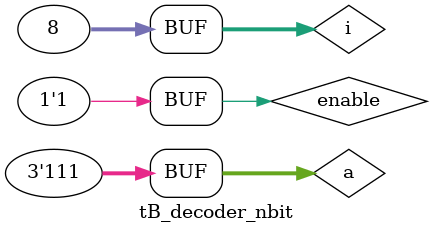
<source format=v>
`timescale 1us/1ns
module tB_decoder_nbit();

	parameter DEC_WIDTH = 3;
	reg [DEC_WIDTH-1:0] a;
	reg enable;
	wire [2**DEC_WIDTH-1:0] y;
	
	integer i; // used in the for loop
	
	// Instantiate the parameterized DUT
	decoder_nbit
	#(.N(DEC_WIDTH))
	DEC1
	(
		.a(a),
		.enable(enable),
		.y(y)
	);
	
	// Create stimulus
	initial begin
		$monitor($time, " a = %d, enable = %b, y = %b", a, enable, y);
		#1; a = 0; enable = 0;
		for (i = 0; i<2**DEC_WIDTH; i=i+1) begin
			#1; a = i; enable = 1;
		end
	end
		
endmodule

/*
Output:
#                    0 a = x, enable = x, y = xxxxxxxx
#                    1 a = 0, enable = 0, y = 00000000
#                    2 a = 0, enable = 1, y = 00000001
#                    3 a = 1, enable = 1, y = 00000010
#                    4 a = 2, enable = 1, y = 00000100
#                    5 a = 3, enable = 1, y = 00001000
#                    6 a = 4, enable = 1, y = 00010000
#                    7 a = 5, enable = 1, y = 00100000
#                    8 a = 6, enable = 1, y = 01000000
#                    9 a = 7, enable = 1, y = 10000000
*/
</source>
